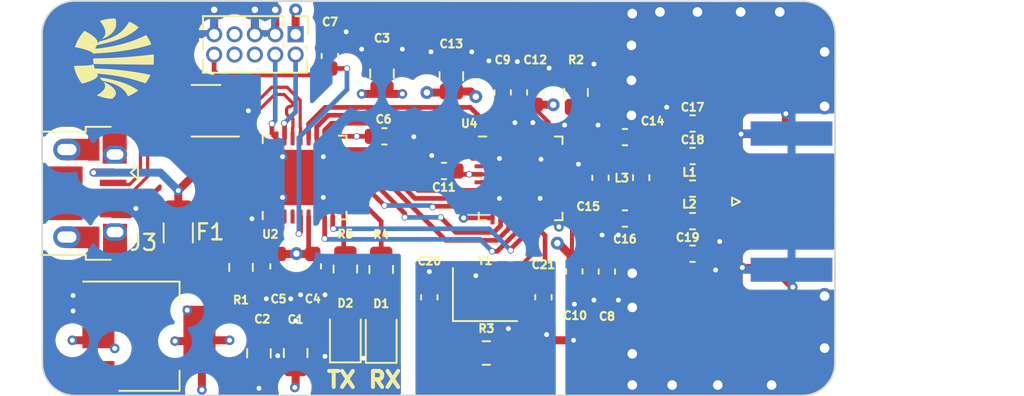
<source format=kicad_pcb>
(kicad_pcb (version 20221018) (generator pcbnew)
  (layers (0 "F.Cu" signal) (1 "In1.Cu" signal) (2 "In2.Cu" signal) (31 "B.Cu" signal) (34 "B.Paste" user) (35 "F.Paste" user) (36 "B.SilkS" user "B.Silkscreen") (37 "F.SilkS" user "F.Silkscreen") (38 "B.Mask" user) (39 "F.Mask" user) (44 "Edge.Cuts" user))
  (net 0 "")
  (net 1 "+3.3V")
  (net 2 "GND")
  (net 3 "Net-(U1-VI)")
  (net 4 "NRST")
  (net 5 "VP")
  (net 6 "Net-(U4-DVDD_1V2)")
  (net 7 "ANT2")
  (net 8 "ANT1")
  (net 9 "Net-(J2-In)")
  (net 10 "Net-(C18-Pad1)")
  (net 11 "XC1")
  (net 12 "XC2")
  (net 13 "Net-(D1-A)")
  (net 14 "Net-(D2-A)")
  (net 15 "+5V")
  (net 17 "Net-(U2-PH3)")
  (net 18 "Net-(U4-IREF)")
  (net 19 "Net-(U2-PA4)")
  (net 20 "Net-(U2-PA3)")
  (net 24 "SPI3_SCK")
  (net 25 "SPI3_!CS")
  (net 26 "DR")
  (net 27 "SPI3_MISO")
  (net 28 "SPI3_MOSI")
  (net 29 "AM")
  (net 30 "CD")
  (net 31 "PWR_UP")
  (net 32 "TRX_CE")
  (net 33 "TX_EN")
  (net 34 "USB_D-")
  (net 35 "USB_D+")
  (net 36 "SWDIO")
  (net 37 "SWCLK")
  (net 44 "USB_CONN_D-")
  (net 45 "USB_CONN_D+")
  (footprint "Inductor_SMD:L_0603_1608Metric" (layer "F.Cu") (at 114.048941 91.599289 90)
    (fp_text reference "L3")
    (fp_text value "12n")
  )
  (footprint "Inductor_SMD:L_0603_1608Metric" (layer "F.Cu") (at 117.250241 92.285189)
    (fp_text reference "L1")
    (fp_text value "39n")
  )
  (footprint "Capacitor_SMD:C_0603_1608Metric" (layer "F.Cu") (at 117.250241 88.221189)
    (fp_text reference "C17")
    (fp_text value "C")
  )
  (footprint "Capacitor_SMD:C_0603_1608Metric" (layer "F.Cu") (at 113.032941 94.151789 180)
    (fp_text reference "C16")
    (fp_text value "18p")
  )
  (footprint "Capacitor_SMD:C_0603_1608Metric" (layer "F.Cu") (at 107.444941 86.282789 90)
    (fp_text reference "C12")
    (fp_text value "10n")
  )
  (footprint "Connector_USB:USB_Micro-B_Amphenol_10103594-0001LF_Horizontal" (layer "F.Cu") (at 79.3626 92.6034 -90)
    (fp_text reference "J3")
    (fp_text value "USB_B_Micro")
  )
  (footprint "Package_DFN_QFN:QFN-32-1EP_5x5mm_P0.5mm_EP3.45x3.45mm" (layer "F.Cu") (at 93.0656 91.5924 90)
    (fp_text reference "U2")
    (fp_text value "STM32L432KBUx" hide)
  )
  (footprint "logo_sol_malutkie" (layer "F.Cu") (at 81.174559 85.667211)
    (fp_text reference "*")
    (fp_text value "LOGO" hide)
  )
  (footprint "Resistor_SMD:R_0805_2012Metric" (layer "F.Cu") (at 109.984941 86.282789 90)
    (fp_text reference "R2")
    (fp_text value "22k")
  )
  (footprint "Capacitor_SMD:C_0603_1608Metric" (layer "F.Cu") (at 93.577441 97.137189 -90)
    (fp_text reference "C4")
    (fp_text value "100n")
  )
  (footprint "Capacitor_SMD:C_0603_1608Metric" (layer "F.Cu") (at 101.7524 91.186 180)
    (fp_text reference "C11")
    (fp_text value "10n")
  )
  (footprint "Resistor_SMD:R_0805_2012Metric" (layer "F.Cu") (at 95.6056 97.3043 -90)
    (fp_text reference "R5")
    (fp_text value "2k2" hide)
  )
  (footprint "Capacitor_SMD:C_0603_1608Metric" (layer "F.Cu") (at 111.508941 91.611789 -90)
    (fp_text reference "C15")
    (fp_text value "C")
  )
  (footprint "Capacitor_SMD:C_0603_1608Metric" (layer "F.Cu") (at 117.250241 96.349189)
    (fp_text reference "C19")
    (fp_text value "180p")
  )
  (footprint "Resistor_SMD:R_0805_2012Metric" (layer "F.Cu") (at 97.8408 97.3328 -90)
    (fp_text reference "R4")
    (fp_text value "2k2")
  )
  (footprint "Capacitor_SMD:C_0603_1608Metric" (layer "F.Cu") (at 117.250241 90.253189)
    (fp_text reference "C18")
    (fp_text value "6.8p")
  )
  (footprint "Diode_SMD:D_0805_2012Metric" (layer "F.Cu") (at 97.8408 101.4753 90)
    (fp_text reference "D1")
    (fp_text value "RX")
  )
  (footprint "Capacitor_SMD:C_0603_1608Metric" (layer "F.Cu") (at 113.032941 89.071789)
    (fp_text reference "C14")
    (fp_text value "18p")
  )
  (footprint "Fuse:Fuse_1206_3216Metric" (layer "F.Cu") (at 85.1916 95.0468 -90)
    (fp_text reference "F1")
    (fp_text value "200mA?")
  )
  (footprint "Capacitor_SMD:C_0805_2012Metric" (layer "F.Cu") (at 90.2208 102.5652 -90)
    (fp_text reference "C2")
    (fp_text value "10u")
  )
  (footprint "Capacitor_SMD:C_0603_1608Metric" (layer "F.Cu") (at 98.0431 89.0244)
    (fp_text reference "C6")
    (fp_text value "100n")
  )
  (footprint "Capacitor_SMD:C_0805_2012Metric" (layer "F.Cu") (at 92.5068 102.55 90)
    (fp_text reference "C1")
    (fp_text value "10u")
  )
  (footprint "Package_TO_SOT_SMD:SOT-223-3_TabPin2" (layer "F.Cu") (at 83.3628 101.4984)
    (fp_text reference "U1" hide)
    (fp_text value "LD1117S33TR_SOT223" hide)
  )
  (footprint "Capacitor_SMD:C_0805_2012Metric" (layer "F.Cu") (at 97.8916 85.1052 90)
    (fp_text reference "C3")
    (fp_text value "1u")
  )
  (footprint "Capacitor_SMD:C_0603_1608Metric" (layer "F.Cu") (at 94.6404 84.0102 90)
    (fp_text reference "C7")
    (fp_text value "C")
  )
  (footprint "Connector_PinHeader_1.27mm:PinHeader_2x05_P1.27mm_Vertical" (layer "F.Cu") (at 92.5068 82.6516 -90)
    (fp_text reference "J1" hide)
    (fp_text value "DIN41612_02x05_AB_EvenPins" hide)
  )
  (footprint "Diode_SMD:D_0805_2012Metric" (layer "F.Cu") (at 95.6056 101.4468 90)
    (fp_text reference "D2")
    (fp_text value "TX")
  )
  (footprint "Inductor_SMD:L_0603_1608Metric" (layer "F.Cu") (at 117.250241 94.317189)
    (fp_text reference "L2")
    (fp_text value "39n")
  )
  (footprint "Capacitor_SMD:C_0603_1608Metric" (layer "F.Cu") (at 105.412941 86.282789 90)
    (fp_text reference "C9")
    (fp_text value "10n")
  )
  (footprint "Resistor_SMD:R_0805_2012Metric" (layer "F.Cu") (at 89.1032 97.2064 -90)
    (fp_text reference "R1")
    (fp_text value "R")
  )
  (footprint "Package_DFN_QFN:QFN-32-1EP_5x5mm_P0.5mm_EP3.3x3.3mm" (layer "F.Cu") (at 106.531441 91.644789)
    (fp_text reference "U4")
    (fp_text value "NRF905")
  )
  (footprint "Crystal:Crystal_SMD_3225-4Pin_3.2x2.5mm" (layer "F.Cu") (at 104.312941 98.902789)
    (fp_text reference "Y1")
    (fp_text value "16MHz")
  )
  (footprint "Capacitor_SMD:C_0603_1608Metric" (layer "F.Cu") (at 107.952941 99.068789 -90)
    (fp_text reference "C21")
    (fp_text value "15p")
  )
  (footprint "Capacitor_SMD:C_0603_1608Metric" (layer "F.Cu") (at 111.908941 97.466789 -90)
    (fp_text reference "C8")
    (fp_text value "3.3n")
  )
  (footprint "Capacitor_SMD:C_0603_1608Metric" (layer "F.Cu") (at 91.44 97.1426 -90)
    (fp_text reference "C5")
    (fp_text value "100n")
  )
  (footprint "Capacitor_SMD:C_0805_2012Metric" (layer "F.Cu") (at 102.213441 85.274789 90)
    (fp_text reference "C13")
    (fp_text value "10u")
  )
  (footprint "Connector_Coaxial:SMA_Amphenol_132289_EdgeMount" (layer "F.Cu") (at 123.418441 93.097989)
    (fp_text reference "J2" hide)
    (fp_text value "SMA")
  )
  (footprint "Capacitor_SMD:C_0603_1608Metric" (layer "F.Cu") (at 100.840941 99.068789 90)
    (fp_text reference "C20")
    (fp_text value "15p")
  )
  (footprint "Package_TO_SOT_SMD:SOT-23-6_Handsoldering" (layer "F.Cu") (at 86.9188 87.4268 180)
    (fp_text reference "U3" hide)
    (fp_text value "USBLC6-2SC6" hide)
  )
  (footprint "Capacitor_SMD:C_0603_1608Metric" (layer "F.Cu") (at 109.876941 97.453789 -90)
    (fp_text reference "C10")
    (fp_text value "10n")
  )
  (footprint "Resistor_SMD:R_0805_2012Metric" (layer "F.Cu") (at 104.396941 102.546789)
    (fp_text reference "R3")
    (fp_text value "1M" hide)
  )
  (gr_line (start 126.140241 82.633189) (end 126.121937 103.160374) (stroke (width 0.1)) (layer "Edge.Cuts"))
  (gr_arc (start 126.121937 103.160374) (mid 125.5268 104.5972) (end 124.089989 105.192374) (stroke (width 0.1)) (layer "Edge.Cuts"))
  (gr_arc (start 124.108241 80.601189) (mid 125.545082 81.196348) (end 126.140241 82.633189) (stroke (width 0.1)) (layer "Edge.Cuts"))
  (gr_arc (start 76.7 82.633189) (mid 77.301729 81.180473) (end 78.754445 80.578746) (stroke (width 0.1)) (layer "Edge.Cuts"))
  (gr_arc (start 78.761499 105.19608) (mid 77.3176 104.5972) (end 76.7215 103.152151) (stroke (width 0.1)) (layer "Edge.Cuts"))
  (gr_line (start 76.7215 103.152151) (end 76.7 82.633189) (stroke (width 0.1)) (layer "Edge.Cuts"))
  (gr_line (start 124.089989 105.192374) (end 78.761499 105.19608) (stroke (width 0.1)) (layer "Edge.Cuts"))
  (gr_line (start 78.754445 80.578746) (end 124.108241 80.601189) (stroke (width 0.1)) (layer "Edge.Cuts"))
  (gr_text "  Szczopik's design of \nSTM32-NRF905 transceiver\n" (at 99.2124 82.1944) (layer "F.Cu") (effects (font (size 0.5 0.5) (thickness 0.125)) (justify left bottom)))
  (gr_text "TX" (at 94.3356 104.8004) (layer "F.SilkS") (effects (font (size 1 1) (thickness 0.25) bold) (justify left bottom)))
  (gr_text "RX" (at 96.9264 104.8004) (layer "F.SilkS") (effects (font (size 1 1) (thickness 0.25) bold) (justify left bottom)))
  (segment (start 98.2116 86.3752) (end 97.8916 86.0552) (width 0.5) (layer "F.Cu") (net 1))
  (segment (start 107.444941 87.306789) (end 108.281441 88.143289) (width 0.25) (layer "F.Cu") (net 1))
  (segment (start 100.689441 86.290789) (end 102.147441 86.290789) (width 0.5) (layer "F.Cu") (net 1))
  (segment (start 103.332789 91.394789) (end 103.3272 91.3892) (width 0.29337) (layer "F.Cu") (net 1))
  (segment (start 86.5128 101.4984) (end 86.6652 101.6508) (width 0.5) (layer "F.Cu") (net 1))
  (segment (start 103.321611 91.394789) (end 102.736189 91.394789) (width 0.29337) (layer "F.Cu") (net 1))
  (segment (start 102.213441 86.224789) (end 103.417441 86.224789) (width 0.5) (layer "F.Cu") (net 1))
  (segment (start 108.563441 87.052789) (end 107.449941 87.052789) (width 0.5) (layer "F.Cu") (net 1))
  (segment (start 97.2681 89.0244) (end 96.3159 89.0244) (width 0.29337) (layer "F.Cu") (net 1))
  (segment (start 109.730941 93.656789) (end 109.730941 96.545789) (width 0.25) (layer "F.Cu") (net 1))
  (segment (start 109.730941 96.545789) (end 109.876941 96.691789) (width 0.25) (layer "F.Cu") (net 1))
  (segment (start 104.093941 91.394789) (end 103.332789 91.394789) (width 0.29337) (layer "F.Cu") (net 1))
  (segment (start 93.57203 96.3676) (end 93.577441 96.362189) (width 0.5) (layer "F.Cu") (net 1))
  (segment (start 92.5068 104.648) (end 92.456 104.6988) (width 0.5) (layer "F.Cu") (net 1))
  (segment (start 92.5068 81.1276) (end 92.5068 82.6516) (width 0.5) (layer "F.Cu") (net 1))
  (segment (start 79.9588 101.7524) (end 78.5876 101.7524) (width 0.5) (layer "F.Cu") (net 1))
  (segment (start 107.444941 87.057789) (end 107.444941 87.306789) (width 0.25) (layer "F.Cu") (net 1))
  (segment (start 96.3159 89.0244) (end 94.9461 89.0244) (width 0.29337) (layer "F.Cu") (net 1))
  (segment (start 108.968941 93.394789) (end 109.468941 93.394789) (width 0.25) (layer "F.Cu") (net 1))
  (segment (start 108.281441 88.143289) (end 108.281441 89.207289) (width 0.25) (layer "F.Cu") (net 1))
  (segment (start 91.675941 96.131659) (end 91.44 96.3676) (width 0.29337) (layer "F.Cu") (net 1))
  (segment (start 93.564441 96.375189) (end 93.577441 96.362189) (width 0.5) (layer "F.Cu") (net 1))
  (segment (start 109.468941 93.394789) (end 109.730941 93.656789) (width 0.25) (layer "F.Cu") (net 1))
  (segment (start 108.817441 95.688789) (end 108.886941 95.688789) (width 0.5) (layer "F.Cu") (net 1))
  (segment (start 80.2128 101.4984) (end 79.9588 101.7524) (width 0.5) (layer "F.Cu") (net 1))
  (segment (start 86.7668 101.7524) (end 88.392 101.7524) (width 0.5) (layer "F.Cu") (net 1))
  (segment (start 91.44 96.3676) (end 93.57203 96.3676) (width 0.5) (layer "F.Cu") (net 1))
  (segment (start 108.886941 95.688789) (end 109.876941 96.678789) (width 0.5) (layer "F.Cu") (net 1))
  (segment (start 94.9461 89.0244) (end 94.8156 89.1549) (width 0.29337) (layer "F.Cu") (net 1))
  (segment (start 91.3156 96.2432) (end 91.44 96.3676) (width 0.29337) (layer "F.Cu") (net 1))
  (segment (start 86.208 101.8032) (end 84.9884 101.8032) (width 0.5) (layer "F.Cu") (net 1))
  (segment (start 107.449941 87.052789) (end 107.444941 87.057789) (width 0.5) (layer "F.Cu") (net 1))
  (segment (start 91.3156 94.0299) (end 91.3156 96.2432) (width 0.29337) (layer "F.Cu") (net 1))
  (segment (start 96.6216 86.3752) (end 97.5716 86.3752) (width 0.5) (layer "F.Cu") (net 1))
  (segment (start 99.1616 86.3752) (end 98.2116 86.3752) (width 0.5) (layer "F.Cu") (net 1))
  (segment (start 88.392 101.7524) (end 88.3412 101.7524) (width 0.5) (layer "F.Cu") (net 1))
  (segment (start 92.5068 103.5) (end 92.5068 104.648) (width 0.5) (layer "F.Cu") (net 1))
  (segment (start 86.6652 101.6508) (end 86.6652 104.8508) (width 0.5) (layer "F.Cu") (net 1))
  (segment (start 103.3272 91.3892) (end 103.321611 91.394789) (width 0.29337) (layer "F.Cu") (net 1))
  (segment (start 102.736189 91.394789) (end 102.5274 91.186) (width 0.29337) (layer "F.Cu") (net 1))
  (segment (start 86.5128 101.4984) (end 86.7668 101.7524) (width 0.5) (layer "F.Cu") (net 1))
  (segment (start 86.6652 104.8508) (end 86.6648 104.8512) (width 0.5) (layer "F.Cu") (net 1))
  (segment (start 86.5128 101.4984) (end 86.208 101.8032) (width 0.5) (layer "F.Cu") (net 1))
  (segment (start 97.5716 86.3752) (end 97.8916 86.0552) (width 0.5) (layer "F.Cu") (net 1))
  (segment (start 93.3156 94.0299) (end 93.3156 96.100348) (width 0.29337) (layer "F.Cu") (net 1))
  (segment (start 102.147441 86.290789) (end 102.213441 86.224789) (width 0.5) (layer "F.Cu") (net 1))
  (segment (start 103.417441 86.224789) (end 103.737441 86.544789) (width 0.5) (layer "F.Cu") (net 1))
  (via (at 96.6216 86.3752) (size 0.6) (drill 0.3) (layers "F.Cu" "B.Cu") (net 1))
  (via (at 92.5068 81.1276) (size 0.8) (drill 0.4) (layers "F.Cu" "B.Cu") (net 1))
  (via (at 108.563441 87.052789) (size 0.8) (drill 0.4) (layers "F.Cu" "B.Cu") (net 1))
  (via (at 103.737441 86.544789) (size 0.8) (drill 0.4) (layers "F.Cu" "B.Cu") (net 1))
  (via (at 108.817441 95.688789) (size 0.8) (drill 0.4) (layers "F.Cu" "B.Cu") (net 1))
  (via (at 92.456 104.6988) (size 0.6) (drill 0.3) (layers "F.Cu" "B.Cu") (net 1))
  (via (at 85.7504 99.8728) (size 0.6) (drill 0.3) (layers "F.Cu" "B.Cu") (net 1))
  (via (at 88.392 101.7524) (size 0.6) (drill 0.3) (layers "F.Cu" "B.Cu") (net 1))
  (via (at 78.5876 101.7524) (size 0.6) (drill 0.3) (layers "F.Cu" "B.Cu") (net 1))
  (via (at 84.9884 101.8032) (size 0.6) (drill 0.3) (layers "F.Cu" "B.Cu") (net 1))
  (via (at 81.2292 102.2604) (size 0.6) (drill 0.3) (layers "F.Cu" "B.Cu") (net 1))
  (via (at 96.3159 89.0244) (size 0.4) (drill 0.3) (layers "F.Cu" "B.Cu") (net 1))
  (via (at 86.6648 104.8512) (size 0.6) (drill 0.3) (layers "F.Cu" "B.Cu") (net 1))
  (via (at 99.1616 86.3752) (size 0.6) (drill 0.3) (layers "F.Cu" "B.Cu") (net 1))
  (via (at 92.5576 96.3428) (size 0.8) (drill 0.4) (layers "F.Cu" "B.Cu") (net 1))
  (via (at 100.689441 86.290789) (size 0.8) (drill 0.4) (layers "F.Cu" "B.Cu") (net 1))
  (via (at 103.3272 91.3892) (size 0.4) (drill 0.3) (layers "F.Cu" "B.Cu") (net 1))
  (segment (start 107.952941 101.145741) (end 107.952941 99.843789) (width 0.5) (layer "F.Cu") (net 2))
  (segment (start 110.004641 90.894789) (end 108.968941 90.894789) (width 0.29337) (layer "F.Cu") (net 2))
  (segment (start 105.781441 90.894789) (end 106.531441 91.644789) (width 0.29337) (layer "F.Cu") (net 2))
  (segment (start 125.479841 98.990789) (end 125.479841 102.241989) (width 1) (layer "F.Cu") (net 2))
  (segment (start 107.281441 89.207289) (end 107.281441 90.894789) (width 0.29337) (layer "F.Cu") (net 2))
  (segment (start 111.908941 98.241789) (end 111.908941 98.526289) (width 0.5) (layer "F.Cu") (net 2))
  (segment (start 107.781441 90.436389) (end 107.801441 90.456389) (width 0.29337) (layer "F.Cu") (net 2))
  (segment (start 113.491041 104.5464) (end 113.491041 102.597589) (width 1) (layer "F.Cu") (net 2))
  (segment (start 105.769441 100.109289) (end 105.412941 99.752789) (width 0.5) (layer "F.Cu") (net 2))
  (segment (start 112.257941 94.151789) (end 112.257941 94.811289) (width 0.5) (layer "F.Cu") (net 2))
  (segment (start 123.498641 98.431989) (end 122.306941 97.240289) (width 0.5) (layer "F.Cu") (net 2))
  (segment (start 89.782 94.114) (end 89.782 94.1648) (width 0.29337) (layer "F.Cu") (net 2))
  (segment (start 123.373741 88.881589) (end 123.441741 88.949589) (width 0.5) (layer "F.Cu") (net 2))
  (segment (start 112.257941 94.151789) (end 112.257941 94.534289) (width 0.5) (layer "F.Cu") (net 2))
  (segment (start 82.1436 93.8784) (end 81.1276 93.8784) (width 0.5) (layer "F.Cu") (net 2))
  (segment (start 113.440241 83.344389) (end 113.440241 85.528789) (width 1) (layer "F.Cu") (net 2))
  (segment (start 125.479841 82.582389) (end 125.479841 83.750789) (width 1) (layer "F.Cu") (net 2))
  (segment (start 111.508941 88.322789) (end 112.257941 89.071789) (width 0.5) (layer "F.Cu") (net 2))
  (segment (start 124.3584 104.5464) (end 122.177841 104.5464) (width 1) (layer "F.Cu") (net 2))
  (segment (start 107.293441 89.195289) (end 107.281441 89.207289) (width 0.29337) (layer "F.Cu") (net 2))
  (segment (start 91.2368 81.1276) (end 91.2368 82.6516) (width 0.5) (layer "F.Cu") (net 2))
  (segment (start 125.479841 83.750789) (end 125.479841 87.154389) (width 1) (layer "F.Cu") (net 2))
  (segment (start 90.5536 93.3424) (end 89.782 94.114) (width 0.29337) (layer "F.Cu") (net 2))
  (segment (start 106.281441 89.207289) (end 106.281441 91.394789) (width 0.29337) (layer "F.Cu") (net 2))
  (segment (start 118.176741 96.349189) (end 118.938741 95.587189) (width 0.5) (layer "F.Cu") (net 2))
  (segment (start 107.293441 88.170389) (end 107.293441 89.195289) (width 0.29337) (layer "F.Cu") (net 2))
  (segment (start 120.376541 97.240289) (end 120.349041 97.212789) (width 0.5) (layer "F.Cu") (net 2))
  (segment (start 110.138241 90.761189) (end 110.004641 90.894789) (width 0.29337) (layer "F.Cu") (net 2))
  (segment (start 106.328241 84.360389) (end 106.328241 84.592489) (width 0.5) (layer "F.Cu") (net 2))
  (segment (start 96.2375 102.3843) (end 96.7232 102.87) (width 0.5) (layer "F.Cu") (net 2))
  (segment (start 123.064741 87.611589) (end 123.064741 88.572589) (width 0.5) (layer "F.Cu") (net 2))
  (segment (start 92.5068 100.5332) (end 92.5068 100.584) (width 0.5) (layer "F.Cu") (net 2))
  (segment (start 97.996415 89.846085) (end 95.506785 89.846085) (width 0.29337) (layer "F.Cu") (net 2))
  (segment (start 82.55 93.472) (end 82.55 93.5228) (width 0.5) (layer "F.Cu") (net 2))
  (segment (start 101.639441 83.750789) (end 102.213441 84.324789) (width 0.5) (layer "F.Cu") (net 2))
  (segment (start 82.4992 93.5228) (end 82.1436 93.8784) (width 0.5) (layer "F.Cu") (net 2))
  (segment (start 118.684741 97.008689) (end 118.025241 96.349189) (width 0.5) (layer "F.Cu") (net 2))
  (segment (start 120.247441 81.261589) (end 122.685841 81.261589) (width 1) (layer "F.Cu") (net 2))
  (segment (start 125.479841 102.241989) (end 125.479841 103.374159) (width 1) (layer "F.Cu") (net 2))
  (segment (start 105.781441 89.207289) (end 107.781441 89.207289) (width 0.29337) (layer "F.Cu") (net 2))
  (segment (start 105.781441 89.207289) (end 105.781441 90.894789) (width 0.29337) (layer "F.Cu") (net 2))
  (segment (start 118.8212 104.5464) (end 115.9764 104.5464) (width 1) (layer "F.Cu") (net 2))
  (segment (start 98.4656 83.5812) (end 97.8916 84.1552) (width 0.5) (layer "F.Cu") (net 2))
  (segment (start 108.871941 94.672789) (end 108.281441 94.082289) (width 0.29337) (layer "F.Cu") (net 2))
  (segment (start 100.841841 97.466789) (end 100.841841 98.292889) (width 0.5) (layer "F.Cu") (net 2))
  (segment (start 117.555041 81.261589) (end 120.247441 81.261589) (width 1) (layer "F.Cu") (net 2))
  (segment (start 104.550241 84.645089) (end 105.412941 85.507789) (width 0.5) (layer "F.Cu") (net 2))
  (segment (start 91.3892 102.7176) (end 92.5068 101.6) (width 0.5) (layer "F.Cu") (net 2))
  (segment (start 108.309441 84.766789) (end 108.185941 84.766789) (width 0.5) (layer "F.Cu") (net 2))
  (segment (start 106.281441 91.894789) (end 106.531441 91.644789) (width 0.29337) (layer "F.Cu") (net 2))
  (segment (start 111.103441 84.512789) (end 110.842441 84.512789) (width 0.5) (layer "F.Cu") (net 2))
  (segment (start 90.5916 103.5152) (end 91.3892 102.7176) (width 0.5) (layer "F.Cu") (net 2))
  (segment (start 108.968941 90.894789) (end 107.281441 90.894789) (width 0.29337) (layer "F.Cu") (net 2))
  (segment (start 89.9668 81.1276) (end 89.9668 82.6516) (width 0.5) (layer "F.Cu") (net 2))
  (segment (start 108.204 101.3968) (end 108.1532 101.3968) (width 0.5) (layer "F.Cu") (net 2))
  (segment (start 113.440241 83.344389) (end 113.440241 81.413989) (width 1) (layer "F.Cu") (net 2))
  (segment (start 91.44 98.3996) (end 92.202 99.1616) (width 0.5) (layer "F.Cu") (net 2))
  (segment (start 113.491041 81.363189) (end 113.440241 81.312389) (width 1) (layer "F.Cu") (net 2))
  (segment (start 105.769441 101.022789) (end 105.769441 100.109289) (width 0.5) (layer "F.Cu") (net 2))
  (segment (start 106.175841 88.170389) (end 106.175841 89.101689) (width 0.29337) (layer "F.Cu") (net 2))
  (segment (start 88.2688 87.4268) (end 89.5604 87.4268) (width 0.5) (layer "F.Cu") (net 2))
  (segment (start 95.6564 82.4992) (end 95.3764 82.4992) (width 0.5) (layer "F.Cu") (net 2))
  (segment (start 122.306941 97.240289) (end 120.376541 97.240289) (width 0.5) (layer "F.Cu") (net 2))
  (segment (start 98.8461 89.0524) (end 98.8181 89.0244) (width 0.5) (layer "F.Cu") (net 2))
  (segment (start 90.2208 103.5152) (end 90.5916 103.5152) (width 0.5) (layer "F.Cu") (net 2))
  (segment (start 113.491041 99.701989) (end 113.491041 97.568389) (width 1) (layer "F.Cu") (net 2))
  (segment (start 92.5068 101.6) (end 92.5068 100.5332) (width 0.5) (layer "F.Cu") (net 2))
  (segment (start 109.884241 99.498789) (end 109.876941 99.491489) (width 0.5) (layer "F.Cu") (net 2))
  (segment (start 79.4876 99.9236) (end 80.2128 99.1984) (width 0.5) (layer "F.Cu") (net 2))
  (segment (start 109.274641 88.322789) (end 109.274641 89.589089) (width 0.29337) (layer "F.Cu") (net 2))
  (segment (start 112.257941 94.534289) (end 111.611441 95.180789) (width 0.5) (layer "F.Cu") (net 2))
  (segment (start 109.876941 99.491489) (end 109.876941 98.228789) (width 0.5) (layer "F.Cu") (net 2))
  (segment (start 108.919041 94.672789) (end 108.871941 94.672789) (width 0.29337) (layer "F.Cu") (net 2))
  (segment (start 79.9728 98.9584) (end 80.2128 99.1984) (width 0.5) (layer "F.Cu") (net 2))
  (segment (start 87.4268 81.1276) (end 87.4268 82.6516) (width 0.5) (layer "F.Cu") (net 2))
  (segment (start 113.440241 81.312389) (end 113.440241 81.261589) (width 1) (layer "F.Cu") (net 2))
  (segment (start 115.218241 81.261589) (end 117.555041 81.261589) (width 1) (layer "F.Cu") (net 2))
  (segment (start 100.9904 91.173) (end 100.9774 91.186) (width 0.5) (layer "F.Cu") (net 2))
  (segment (start 106.781441 89.207289) (end 106.781441 91.394789) (width 0.29337) (layer "F.Cu") (net 2))
  (segment (start 89.7312 94.1648) (end 89.782 94.114) (width 0.29337) (layer "F.Cu") (net 2))
  (segment (start 93.577441 98.153189) (end 94.339441 98.915189) (width 0.5) (layer "F.Cu") (net 2))
  (segment (start 125.479841 87.154389) (end 125.479841 85.630389) (width 1) (layer "F.Cu") (net 2))
  (segment (start 111.908941 98.439289) (end 111.103441 99.244789) (width 0.5) (layer "F.Cu") (net 2))
  (segment (start 93.577441 98.153189) (end 92.815441 98.915189) (width 0.5) (layer "F.Cu") (net 2))
  (segment (start 89.782 94.1648) (end 89.7312 94.1648) (width 0.29337) (layer "F.Cu") (net 2))
  (segment (start 108.1532 101.346) (end 107.952941 101.145741) (width 0.5) (layer "F.Cu") (net 2))
  (segment (start 95.6056 102.3843) (end 96.2375 102.3843) (width 0.5) (layer "F.Cu") (net 2))
  (segment (start 100.943441 83.750789) (end 101.639441 83.750789) (width 0.5) (layer "F.Cu") (net 2))
  (segment (start 106.781441 91.394789) (end 106.531441 91.644789) (width 0.29337) (layer "F.Cu") (net 2))
  (segment (start 89.1032 98.1189) (end 89.6353 98.1189) (width 0.5) (layer "F.Cu") (net 2))
  (segment (start 91.44 97.9176) (end 91.44 98.3996) (width 0.5) (layer "F.Cu") (net 2))
  (segment (start 108.1532 101.3968) (end 108.1532 101.346) (width 0.5) (layer "F.Cu") (net 2))
  (segment (start 94.7061 102.3843) (end 94.3356 102.7548) (width 0.5) (layer "F.Cu") (net 2))
  (segment (start 89.6353 98.1189) (end 90.678 99.1616) (width 0.5) (layer "F.Cu") (net 2))
  (segment (start 122.685841 81.261589) (end 124.362241 81.261589) (width 1) (layer "F.Cu") (net 2))
  (segment (start 107.781441 89.207289) (end 107.781441 90.436389) (width 0.29337) (layer "F.Cu") (net 2))
  (segment (start 113.440241 81.261589) (end 115.218241 81.261589) (width 1) (layer "F.Cu") (net 2))
  (segment (start 82.55 93.472) (end 82.55 93.472) (width 0.5) (layer "F.Cu") (net 2))
  (segment (start 123.064741 88.572589) (end 123.441741 88.949589) (width 0.5) (layer "F.Cu") (net 2))
  (segment (start 98.8181 89.0244) (end 97.996415 89.846085) (width 0.29337) (layer "F.Cu") (net 2))
  (segment (start 90.2208 103.5152) (end 90.2208 104.7496) (width 0.5) (layer "F.Cu") (net 2))
  (segment (start 93.577441 97.912189) (end 93.577441 98.153189) (width 0.5) (layer "F.Cu") (net 2))
  (segment (start 109.876941 98.228789) (end 110.087441 98.228789) (width 0.5) (layer "F.Cu") (net 2))
  (segment (start 102.787441 83.750789) (end 102.213441 84.324789) (width 0.5) (layer "F.Cu") (net 2))
  (segment (start 109.274641 89.589089) (end 108.968941 89.894789) (width 0.29337) (layer "F.Cu") (net 2))
  (segment (start 111.357441 88.322789) (end 111.508941 88.322789) (width 0.5) (layer "F.Cu") (net 2))
  (segment (start 125.479841 103.374159) (end 125.476 103.378) (width 1) (layer "F.Cu") (net 2))
  (segment (start 104.749741 94.113989) (end 104.781441 94.082289) (width 0.29337) (layer "F.Cu") (net 2))
  (segment (start 99.1616 83.5812) (end 98.4656 83.5812) (width 0.5) (layer "F.Cu") (net 2))
  (segment (start 110.087441 98.228789) (end 111.103441 99.244789) (width 0.5) (layer "F.Cu") (net 2))
  (segment (start 95.3764 82.4992) (end 94.6404 83.2352) (width 0.5) (layer "F.Cu") (net 2))
  (segment (start 97.3836 102.87) (end 97.8408 102.4128) (width 0.5) (layer "F.Cu") (net 2))
  (segment (start 100.9904 90.2208) (end 100.9904 91.173) (width 0.5) (layer "F.Cu") (net 2))
  (segment (start 110.842441 84.512789) (end 109.984941 85.370289) (width 0.5) (layer "F.Cu") (net 2))
  (segment (start 111.908941 98.526289) (end 112.627441 99.244789) (width 0.5) (layer "F.Cu") (net 2))
  (segment (start 111.908941 98.241789) (end 111.908941 98.439289) (width 0.5) (layer "F.Cu") (net 2))
  (segment (start 99.8728 89.0524) (end 98.8461 89.0524) (width 0.5) (layer "F.Cu") (net 2))
  (segment (start 95.506785 89.846085) (end 95.5031 89.8424) (width 0.29337) (layer "F.Cu") (net 2))
  (segment (start 107.281441 90.894789) (end 106.531441 91.644789) (width 0.29337) (layer "F.Cu") (net 2))
  (segment (start 108.5596 101.7524) (end 108.204 101.3968) (width 0.5) (layer "F.Cu") (net 2))
  (segment (start 115.636741 87.382689) (end 116.475241 88.221189) (width 0.5) (layer "F.Cu") (net 2))
  (segment (start 118.025241 96.349189) (end 118.176741 96.349189) (width 0.5) (layer "F.Cu") (net 2))
  (segment (start 103.483441 83.750789) (end 102.787441 83.750789) (width 0.5) (layer "F.Cu") (net 2))
  (segment (start 106.281441 91.394789) (end 106.531441 91.644789) (width 0.29337) (layer "F.Cu") (net 2))
  (segment (start 112.257941 94.811289) (end 112.627441 95.180789) (width 0.5) (layer "F.Cu") (net 2))
  (segment (start 109.8296 101.7524) (end 108.5596 101.7524) (width 0.5) (layer "F.Cu") (net 2))
  (segment (start 113.440241 87.713189) (end 113.440241 85.528789) (width 1) (layer "F.Cu") (net 2))
  (segment (start 78.6384 98.9584) (end 79.9728 98.9584) (width 0.5) (layer "F.Cu") (net 2))
  (segment (start 122.177841 104.5464) (end 118.8212 104.5464) (width 1) (layer "F.Cu") (net 2))
  (segment (start 95.6056 102.3843) (end 94.7061 102.3843) (width 0.5) (layer "F.Cu") (net 2))
  (segment (start 82.55 93.5228) (end 82.4992 93.5228) (width 0.5) (layer "F.Cu") (net 2))
  (segment (start 90.6281 93.3424) (end 90.5536 93.3424) (width 0.29337) (layer "F.Cu") (net 2))
  (segment (start 115.636741 87.205189) (end 115.636741 87.382689) (width 0.5) (layer "F.Cu") (net 2))
  (segment (start 97.3176 83.5812) (end 97.8916 84.1552) (width 0.5) (layer "F.Cu") (net 2))
  (segment (start 81.1276 93.2284) (end 82.3064 93.2284) (width 0.5) (layer "F.Cu") (net 2))
  (segment (start 91.44 98.3996) (end 90.678 99.1616) (width 0.5) (layer "F.Cu") (net 2))
  (segment (start 118.684741 97.365189) (end 118.684741 97.008689) (width 0.5) (layer "F.Cu") (net 2))
  (segment (start 100.841841 98.292889) (end 100.840941 98.293789) (width 0.5) (layer "F.Cu") (net 2))
  (segment (start 104.550241 84.309589) (end 104.550241 84.645089) (width 0.5) (layer "F.Cu") (net 2))
  (segment (start 78.6384 99.9236) (end 79.4876 99.9236) (width 0.5) (layer "F.Cu") (net 2))
  (segment (start 104.093941 91.894789) (end 106.281441 91.894789) (width 0.29337) (layer "F.Cu") (net 2))
  (segment (start 106.175841 89.101689) (end 106.281441 89.207289) (width 0.29337) (layer "F.Cu") (net 2))
  (segment (start 106.328241 84.592489) (end 105.412941 85.507789) (width 0.5) (layer "F.Cu") (net 2))
  (segment (start 120.270741 88.881589) (end 123.373741 88.881589) (width 0.5) (layer "F.Cu") (net 2))
  (segment (start 96.6216 83.5812) (end 97.3176 83.5812) (width 0.5) (layer "F.Cu") (net 2))
  (segment (start 108.968941 92.894789) (end 107.750641 92.894789) (width 0.29337) (layer "F.Cu") (net 2))
  (segment (start 108.185941 84.766789) (end 107.444941 85.507789) (width 0.5) (layer "F.Cu") (net 2))
  (segment (start 113.491041 102.597589) (end 113.491041 99.701989) (width 1) (layer "F.Cu") (net 2))
  (segment (start 82.3064 93.2284) (end 82.55 93.472) (width 0.5) (layer "F.Cu") (net 2))
  (segment (start 115.9764 104.5464) (end 113.491041 104.5464) (width 1) (layer "F.Cu") (net 2))
  (segment (start 102.975441 94.113989) (end 104.749741 94.113989) (width 0.29337) (layer "F.Cu") (net 2))
  (segment (start 96.7232 102.87) (end 97.3836 102.87) (width 0.5) (layer "F.Cu") (net 2))
  (segment (start 113.440241 81.413989) (end 113.491041 81.363189) (width 1) (layer "F.Cu") (net 2))
  (via (at 117.555041 81.261589) (size 1) (drill 0.6) (layers "F.Cu" "B.Cu") (net 2))
  (via (at 90.2208 104.7496) (size 0.6) (drill 0.3) (layers "F.Cu" "B.Cu") (net 2))
  (via (at 123.064741 87.611589) (size 0.6) (drill 0.3) (layers "F.Cu" "B.Cu") (net 2))
  (via (at 115.636741 87.205189) (size 0.6) (drill 0.3) (layers "F.Cu" "B.Cu") (net 2))
  (via (at 108.1532 101.3968) (size 0.6) (drill 0.3) (layers "F.Cu" "B.Cu") (net 2))
  (via (at 91.6931 90.2944) (size 0.6) (drill 0.3) (layers "F.Cu" "B.Cu") (net 2))
  (via (at 94.2331 92.8344) (size 0.6) (drill 0.3) (layers "F.Cu" "B.Cu") (net 2))
  (via (at 103.737441 97.720789) (size 0.6) (drill 0.3) (layers "F.Cu" "B.Cu") (net 2))
  (via (at 92.202 99.1616) (size 0.6) (drill 0.3) (layers "F.Cu" "B.Cu") (net 2))
  (via (at 113.491041 97.568389) (size 1) (drill 0.6) (layers "F.Cu" "B.Cu") (net 2))
  (via (at 91.3892 102.7176) (size 0.6) (drill 0.3) (layers "F.Cu" "B.Cu") (net 2))
  (via (at 105.210641 92.894789) (size 0.6) (drill 0.3) (layers "F.Cu" "B.Cu") (net 2))
  (via (at 120.247441 81.261589) (size 1) (drill 0.6) (layers "F.Cu" "B.Cu") (net 2))
  (via (at 113.440241 85.528789) (size 1) (drill 0.6) (layers "F.Cu" "B.Cu") (net 2))
  (via (at 111.611441 95.180789) (size 0.6) (drill 0.3) (layers "F.Cu" "B.Cu") (net 2))
  (via (at 123.498641 98.431989) (size 0.6) (drill 0.3) (layers "F.Cu" "B.Cu") (net 2))
  (via (at 100.841841 97.466789) (size 0.6) (drill 0.3) (layers "F.Cu" "B.Cu") (net 2))
  (via (at 107.750641 92.894789) (size 0.6) (drill 0.3) (layers "F.Cu" "B.Cu") (net 2))
  (via (at 111.103441 99.244789) (size 0.6) (drill 0.3) (layers "F.Cu" "B.Cu") (net 2))
  (via (at 103.483441 83.750789) (size 0.6) (drill 0.3) (layers "F.Cu" "B.Cu") (net 2))
  (via (at 96.6216 83.5812) (size 0.6) (drill 0.3) (layers "F.Cu" "B.Cu") (net 2))
  (via (at 111.103441 84.512789) (size 0.6) (drill 0.3) (layers "F.Cu" "B.Cu") (net 2))
  (via (at 110.138241 90.761189) (size 0.6) (drill 0.3) (layers "F.Cu" "B.Cu") (net 2))
  (via (at 92.815441 98.915189) (size 0.6) (drill 0.3) (layers "F.Cu" "B.Cu") (net 2))
  (via (at 118.8212 104.5464) (size 1) (drill 0.6) (layers "F.Cu" "B.Cu") (net 2))
  (via (at 106.175841 88.170389) (size 0.6) (drill 0.3) (layers "F.Cu" "B.Cu") (net 2))
  (via (at 113.491041 102.597589) (size 1) (drill 0.6) (layers "F.Cu" "B.Cu") (net 2))
  (via (at 92.5068 100.5332) (size 0.6) (drill 0.3) (layers "F.Cu" "B.Cu") (net 2))
  (via (at 107.801441 90.456389) (size 0.6) (drill 0.3) (layers "F.Cu" "B.Cu") (net 2))
  (via (at 113.440241 83.344389) (size 1) (drill 0.6) (layers "F.Cu" "B.Cu") (net 2))
  (via (at 108.919041 94.672789) (size 0.6) (drill 0.3) (layers "F.Cu" "B.Cu") (net 2))
  (via (at 82.55 93.5228) (size 0.6) (drill 0.3) (layers "F.Cu" "B.Cu") (net 2))
  (via (at 78.6384 99.9236) (size 0.6) (drill 0.3) (layers "F.Cu" "B.Cu") (net 2))
  (via (at 107.293441 88.170389) (size 0.6) (drill 0.3) (layers "F.Cu" "B.Cu") (net 2))
  (via (at 91.6931 92.8344) (size 0.6) (drill 0.3) (layers "F.Cu" "B.Cu") (net 2))
  (via (at 90.678 99.1616) (size 0.6) (drill 0.3) (layers "F.Cu" "B.Cu") (net 2))
  (via (at 113.491041 104.5464) (size 1) (drill 0.6) (layers "F.Cu" "B.Cu") (net 2))
  (via (at 118.684741 97.365189) (size 0.6) (drill 0.3) (layers "F.Cu" "B.Cu") (net 2))
  (via (at 122.177841 104.5464) (size 1) (drill 0.6) (layers "F.Cu" "B.Cu") (net 2))
  (via (at 115.218241 81.261589) (size 1) (drill 0.6) (layers "F.Cu" "B.Cu") (net 2))
  (via (at 89.5604 87.4268) (size 0.4) (drill 0.3) (layers "F.Cu" "B.Cu") (net 2))
  (via (at 112.627441 95.180789) (size 0.6) (drill 0.3) (layers "F.Cu" "B.Cu") (net 2))
  (via (at 99.1616 83.5812) (size 0.6) (drill 0.3) (layers "F.Cu" "B.Cu") (net 2))
  (via (at 125.479841 98.990789) (size 1) (drill 0.6) (layers "F.Cu" "B.Cu") (net 2))
  (via (at 94.3356 102.7548) (size 0.6) (drill 0.3) (layers "F.Cu" "B.Cu") (net 2))
  (via (at 113.440241 87.713189) (size 1) (drill 0.6) (layers "F.Cu" "B.Cu") (net 2))
  (via (at 106.328241 84.360389) (size 0.6) (drill 0.3) (layers "F.Cu" "B.Cu") (net 2))
  (via (at 100.9904 90.2208) (size 0.4) (drill 0.3) (layers "F.Cu" "B.Cu") (net 2))
  (via (at 113.491041 99.701989) (size 1) (drill 0.6) (layers "F.Cu" "B.Cu") (net 2))
  (via (at 125.479841 102.241989) (size 1) (drill 0.6) (layers "F.Cu" "B.Cu") (net 2))
  (via (at 109.884241 99.498789) (size 0.6) (drill 0.3) (layers "F.Cu" "B.Cu") (net 2))
  (via (at 78.6384 98.9584) (size 0.6) (drill 0.3) (layers "F.Cu" "B.Cu") (net 2))
  (via (at 113.491041 81.363189) (size 1) (drill 0.6) (layers "F.Cu" "B.Cu") (net 2))
  (via (at 95.6564 82.4992) (size 0.6) (drill 0.3) (layers "F.Cu" "B.Cu") (net 2))
  (via (at 99.8728 89.0524) (size 0.4) (drill 0.3) (layers "F.Cu" "B.Cu") (net 2))
  (via (at 96.7232 102.87) (size 0.6) (drill 0.3) (layers "F.Cu" "B.Cu") (net 2))
  (via (at 91.2368 81.1276) (size 0.8) (drill 0.4) (layers "F.Cu" "B.Cu") (net 2))
  (via (at 104.550241 84.309589) (size 0.6) (drill 0.3) (layers "F.Cu" "B.Cu") (net 2))
  (via (at 120.270741 88.881589) (size 0.6) (drill 0.3) (layers "F.Cu" "B.Cu") (net 2))
  (via (at 111.357441 88.322789) (size 0.6) (drill 0.3) (layers "F.Cu" "B.Cu") (net 2))
  (via (at 94.2331 90.2944) (size 0.6) (drill 0.3) (layers "F.Cu" "B.Cu") (net 2))
  (via (at 109.8296 101.7524) (size 0.6) (drill 0.3) (layers "F.Cu" "B.Cu") (net 2))
  (via (at 94.339441 98.915189) (size 0.6) (drill 0.3) (layers "F.Cu" "B.Cu") (net 2))
  (via (at 102.975441 94.113989) (size 0.6) (drill 0.3) (layers "F.Cu" "B.Cu") (net 2))
  (via (at 109.274641 88.322789) (size 0.6) (drill 0.3) (layers "F.Cu" "B.Cu") (net 2))
  (via (at 125.479841 83.750789) (size 1) (drill 0.6) (layers "F.Cu" "B.Cu") (net 2))
  (via (at 100.943441 83.750789) (size 0.6) (drill 0.3) (layers "F.Cu" "B.Cu") (net 2))
  (via (at 87.4268 81.1276) (size 0.8) (drill 0.4) (layers "F.Cu" "B.Cu") (net 2))
  (via (at 122.685841 81.261589) (size 1) (drill 0.6) (layers "F.Cu" "B.Cu") (net 2))
  (via (at 105.769441 101.022789) (size 0.6) (drill 0.3) (layers "F.Cu" "B.Cu") (net 2))
  (via (at 118.938741 95.587189) (size 0.6) (drill 0.3) (layers "F.Cu" "B.Cu") (net 2))
  (via (at 108.309441 84.766789) (size 0.6) (drill 0.3) (layers "F.Cu" "B.Cu") (net 2))
  (via (at 89.782 94.1648) (size 0.4) (drill 0.3) (layers "F.Cu" "B.Cu") (net 2))
  (via (at 125.479841 87.154389) (size 1) (drill 0.6) (layers "F.Cu" "B.Cu") (net 2))
  (via (at 89.9668 81.1276) (size 0.8) (drill 0.4) (layers "F.Cu" "B.Cu") (net 2))
  (via (at 105.210641 90.405589) (size 0.6) (drill 0.3) (layers "F.Cu" "B.Cu") (net 2))
  (via (at 112.627441 99.244789) (size 0.6) (drill 0.3) (layers "F.Cu" "B.Cu") (net 2))
  (via (at 115.9764 104.5464) (size 1) (drill 0.6) (layers "F.Cu" "B.Cu") (net 2))
  (via (at 120.349041 97.212789) (size 0.6) (drill 0.3) (layers "F.Cu" "B.Cu") (net 2))
  (segment (start 83.6168 98.0216) (end 85.1916 96.4468) (width 0.5) (layer "F.Cu") (net 3))
  (segment (start 80.2128 103.7984) (end 82.1804 103.7984) (width 0.5) (layer "F.Cu") (net 3))
  (segment (start 85.1916 96.4468) (end 90.2208 101.476) (width 0.5) (layer "F.Cu") (net 3))
  (segment (start 82.1804 103.7984) (end 83.6168 102.362) (width 0.5) (layer "F.Cu") (net 3))
  (segment (start 83.6168 102.362) (end 83.6168 98.0216) (width 0.5) (layer "F.Cu") (net 3))
  (segment (start 90.2208 101.476) (end 90.2208 101.6152) (width 0.5) (layer "F.Cu") (net 3))
  (segment (start 87.6808 85.1916) (end 87.4268 84.9376) (width 0.29337) (layer "F.Cu") (net 4))
  (segment (start 94.234 85.1916) (end 94.6404 84.7852) (width 0.29337) (layer "F.Cu") (net 4))
  (segment (start 95.7072 84.7852) (end 94.6404 84.7852) (width 0.29337) (layer "F.Cu") (net 4))
  (segment (start 92.8156 94.992) (end 92.71 95.0976) (width 0.29337) (layer "F.Cu") (net 4))
  (segment (start 92.8156 94.0299) (end 92.8156 94.992) (width 0.29337) (layer "F.Cu") (net 4))
  (segment (start 87.6808 85.1916) (end 94.234 85.1916) (width 0.29337) (layer "F.Cu") (net 4))
  (segment (start 87.4268 84.9376) (end 87.4268 83.9216) (width 0.29337) (layer "F.Cu") (net 4))
  (via (at 92.71 95.0976) (size 0.4) (drill 0.3) (layers "F.Cu" "B.Cu") (net 4))
  (via (at 95.7072 84.7852) (size 0.4) (drill 0.3) (layers "F.Cu" "B.Cu") (net 4))
  (segment (start 92.71 89.1032) (end 95.7072 86.106) (width 0.29337) (layer "B.Cu") (net 4))
  (segment (start 95.7072 86.106) (end 95.7072 84.7852) (width 0.29337) (layer "B.Cu") (net 4))
  (segment (start 92.71 95.0976) (end 92.71 89.1032) (width 0.29337) (layer "B.Cu") (net 4))
  (segment (start 116.119641 96.704789) (end 116.475241 96.349189) (width 0.25) (layer "F.Cu") (net 5))
  (segment (start 111.921941 96.704789) (end 116.119641 96.704789) (width 0.25) (layer "F.Cu") (net 5))
  (segment (start 110.492941 95.275789) (end 111.908941 96.691789) (width 0.25) (layer "F.Cu") (net 5))
  (segment (start 116.475241 96.170189) (end 116.475241 96.349189) (width 0.25) (layer "F.Cu") (net 5))
  (segment (start 108.968941 92.394789) (end 109.484941 92.394789) (width 0.25) (layer "F.Cu") (net 5))
  (segment (start 109.484941 92.394789) (end 110.492941 93.402789) (width 0.25) (layer "F.Cu") (net 5))
  (segment (start 118.037741 94.317189) (end 118.037741 94.607689) (width 0.25) (layer "F.Cu") (net 5))
  (segment (start 111.908941 96.691789) (end 111.921941 96.704789) (width 0.25) (layer "F.Cu") (net 5))
  (segment (start 118.037741 94.607689) (end 116.475241 96.170189) (width 0.25) (layer "F.Cu") (net 5))
  (segment (start 110.492941 93.402789) (end 110.492941 95.275789) (width 0.25) (layer "F.Cu") (net 5))
  (segment (start 116.475241 96.349189) (end 116.475241 96.678189) (width 0.25) (layer "F.Cu") (net 5))
  (segment (start 105.412941 87.057789) (end 105.281441 87.189289) (width 0.29337) (layer "F.Cu") (net 6))
  (segment (start 105.281441 87.189289) (end 105.281441 89.207289) (width 0.29337) (layer "F.Cu") (net 6))
  (segment (start 111.508941 90.836789) (end 114.023941 90.836789) (width 0.25) (layer "F.Cu") (net 7))
  (segment (start 114.048941 90.811789) (end 114.989341 90.811789) (width 0.25) (layer "F.Cu") (net 7))
  (segment (start 116.259741 92.488189) (end 116.462741 92.285189) (width 0.25) (layer "F.Cu") (net 7))
  (segment (start 110.950941 91.394789) (end 111.508941 90.836789) (width 0.25) (layer "F.Cu") (net 7))
  (segment (start 114.023941 90.836789) (end 114.048941 90.811789) (width 0.25) (layer "F.Cu") (net 7))
  (segment (start 108.968941 91.394789) (end 110.950941 91.394789) (width 0.25) (layer "F.Cu") (net 7))
  (segment (start 113.807941 90.570789) (end 114.048941 90.811789) (width 0.25) (layer "F.Cu") (net 7))
  (segment (start 114.989341 90.811789) (end 116.462741 92.285189) (width 0.25) (layer "F.Cu") (net 7))
  (segment (start 113.807941 89.071789) (end 113.807941 90.570789) (width 0.25) (layer "F.Cu") (net 7))
  (segment (start 114.048941 92.386789) (end 114.532341 92.386789) (width 0.25) (layer "F.Cu") (net 8))
  (segment (start 114.532341 92.386789) (end 116.462741 94.317189) (width 0.25) (layer "F.Cu") (net 8))
  (segment (start 111.016941 91.894789) (end 111.508941 92.386789) (width 0.25) (layer "F.Cu") (net 8))
  (segment (start 111.508941 92.386789) (end 114.048941 92.386789) (width 0.25) (layer "F.Cu") (net 8))
  (segment (start 113.807941 94.151789) (end 113.807941 92.627789) (width 0.25) (layer "F.Cu") (net 8))
  (segment (start 113.807941 92.627789) (end 114.048941 92.386789) (width 0.25) (layer "F.Cu") (net 8))
  (segment (start 108.968941 91.894789) (end 111.016941 91.894789) (width 0.25) (layer "F.Cu") (net 8))
  (segment (start 120.755441 93.097989) (end 123.418441 93.097989) (width 0.25) (layer "F.Cu") (net 9))
  (segment (start 118.025241 88.221189) (end 118.025241 90.253189) (width 0.25) (layer "F.Cu") (net 9))
  (segment (start 118.025241 90.367789) (end 120.755441 93.097989) (width 0.25) (layer "F.Cu") (net 9))
  (segment (start 118.025241 90.253189) (end 118.025241 90.367789) (width 0.25) (layer "F.Cu") (net 9))
  (segment (start 118.037741 91.815689) (end 116.475241 90.253189) (width 0.25) (layer "F.Cu") (net 10))
  (segment (start 118.037741 92.285189) (end 118.037741 91.815689) (width 0.25) (layer "F.Cu") (net 10))
  (segment (start 107.496641 96.145089) (end 107.281441 96.360289) (width 0.29337) (layer "F.Cu") (net 11))
  (segment (start 101.856941 99.752789) (end 100.931941 99.752789) (width 0.25) (layer "F.Cu") (net 11))
  (segment (start 101.856941 97.569289) (end 101.856941 99.752789) (width 0.25) (layer "F.Cu") (net 11))
  (segment (start 103.212941 99.752789) (end 103.212941 102.275289) (width 0.25) (layer "F.Cu") (net 11))
  (segment (start 100.931941 99.752789) (end 100.840941 99.843789) (width 0.25) (layer "F.Cu") (net 11))
  (segment (start 107.496641 95.352359) (end 107.496641 96.145089) (width 0.29337) (layer "F.Cu") (net 11))
  (segment (start 107.281441 94.082289) (end 107.281441 95.137159) (width 0.29337) (layer "F.Cu") (net 11))
  (segment (start 107.281441 95.137159) (end 107.496641 95.352359) (width 0.29337) (layer "F.Cu") (net 11))
  (segment (start 106.682941 96.958789) (end 102.467441 96.958789) (width 0.25) (layer "F.Cu") (net 11))
  (segment (start 103.212941 102.275289) (end 103.484441 102.546789) (width 0.25) (layer "F.Cu") (net 11))
  (segment (start 102.467441 96.958789) (end 101.856941 97.569289) (width 0.25) (layer "F.Cu") (net 11))
  (segment (start 107.281441 96.360289) (end 106.682941 96.958789) (width 0.25) (layer "F.Cu") (net 11))
  (segment (start 103.212941 99.752789) (end 101.856941 99.752789) (width 0.25) (layer "F.Cu") (net 11))
  (segment (start 107.781441 94.082289) (end 107.781441 94.672789) (width 0.29337) (layer "F.Cu") (net 12))
  (segment (start 107.781441 94.590289) (end 107.781441 94.672789) (width 0.25) (layer "F.Cu") (net 12))
  (segment (start 105.309441 102.546789) (end 105.920941 102.546789) (width 0.25) (layer "F.Cu") (net 12))
  (segment (start 107.711941 98.052789) (end 107.952941 98.293789) (width 0.25) (layer "F.Cu") (net 12))
  (segment (start 105.920941 102.546789) (end 106.682941 101.784789) (width 0.25) (layer "F.Cu") (net 12))
  (segment (start 105.412941 98.052789) (end 106.936941 98.052789) (width 0.25) (layer "F.Cu") (net 12))
  (segment (start 107.781441 94.939428) (end 108.055441 95.213428) (width 0.29337) (layer "F.Cu") (net 12))
  (segment (start 107.781441 98.122289) (end 107.952941 98.293789) (width 0.25) (layer "F.Cu") (net 12))
  (segment (start 108.055441 98.191289) (end 107.952941 98.293789) (width 0.29337) (layer "F.Cu") (net 12))
  (segment (start 108.055441 95.213428) (end 108.055441 98.191289) (width 0.29337) (layer "F.Cu") (net 12))
  (segment (start 106.936941 98.052789) (end 107.711941 98.052789) (width 0.25) (layer "F.Cu") (net 12))
  (segment (start 106.682941 101.784789) (end 106.682941 98.052789) (width 0.25) (layer "F.Cu") (net 12))
  (segment (start 107.781441 94.082289) (end 107.781441 94.939428) (width 0.29337) (layer "F.Cu") (net 12))
  (segment (start 97.8408 98.2453) (end 97.8408 100.5378) (width 0.5) (layer "F.Cu") (net 13))
  (segment (start 95.6056 98.2168) (end 95.6056 100.5093) (width 0.5) (layer "F.Cu") (net 14))
  (segment (start 86.9188 87.9348) (end 86.9188 90.678) (width 0.5) (layer "F.Cu") (net 15))
  (segment (start 85.1916 93.6468) (end 85.1916 92.4052) (width 0.5) (layer "F.Cu") (net 15))
  (segment (start 86.4108 87.4268) (end 86.9188 87.9348) (width 0.5) (layer "F.Cu") (net 15))
  (segment (start 79.9176 91.2784) (end 79.9084 91.2876) (width 0.5) (layer "F.Cu") (net 15))
  (segment (start 79.8992 91.2784) (end 79.8668 91.2784) (width 0.29337) (layer "F.Cu") (net 15))
  (segment (start 79.8576 91.2876) (end 79.8668 91.2784) (width 0.29337) (layer "F.Cu") (net 15))
  (segment (start 86.9188 90.678) (end 85.1916 92.4052) (width 0.5) (layer "F.Cu") (net 15))
  (segment (start 79.9084 91.2876) (end 79.8992 91.2784) (width 0.29337) (layer "F.Cu") (net 15))
  (segment (start 85.5688 87.4268) (end 86.4108 87.4268) (width 0.5) (layer "F.Cu") (net 15))
  (segment (start 81.1276 91.2784) (end 79.9176 91.2784) (width 0.5) (layer "F.Cu") (net 15))
  (via (at 79.9084 91.2876) (size 0.4) (drill 0.3) (layers "F.Cu" "B.Cu") (net 15))
  (via (at 85.1916 92.4052) (size 0.6) (drill 0.3) (layers "F.Cu" "B.Cu") (net 15))
  (segment (start 84.074 91.2876) (end 79.9084 91.2876) (width 0.5) (layer "B.Cu") (net 15))
  (segment (start 85.1916 92.4052) (end 84.074 91.2876) (width 0.5) (layer "B.Cu") (net 15))
  (segment (start 89.740155 92.820715) (end 90.6281 92.820715) (width 0.29337) (layer "F.Cu") (net 17))
  (segment (start 89.1032 93.45767) (end 89.740155 92.820715) (width 0.29337) (layer "F.Cu") (net 17))
  (segment (start 89.1032 96.2939) (end 89.1032 93.45767) (width 0.29337) (layer "F.Cu") (net 17))
  (segment (start 109.454449 90.394789) (end 108.968941 90.394789) (width 0.25) (layer "F.Cu") (net 18))
  (segment (start 109.984941 87.195289) (end 109.984941 89.864297) (width 0.25) (layer "F.Cu") (net 18))
  (segment (start 109.984941 89.864297) (end 109.454449 90.394789) (width 0.25) (layer "F.Cu") (net 18))
  (segment (start 95.5031 92.8424) (end 96.3476 92.8424) (width 0.29337) (layer "F.Cu") (net 19))
  (segment (start 97.8408 94.3356) (end 97.8408 96.4203) (width 0.29337) (layer "F.Cu") (net 19))
  (segment (start 96.3476 92.8424) (end 97.8408 94.3356) (width 0.29337) (layer "F.Cu") (net 19))
  (segment (start 95.5031 93.3424) (end 95.5031 96.2893) (width 0.29337) (layer "F.Cu") (net 20))
  (segment (start 95.5031 96.2893) (end 95.6056 96.3918) (width 0.29337) (layer "F.Cu") (net 20))
  (segment (start 105.078576 96.196789) (end 106.281441 94.993924) (width 0.29337) (layer "F.Cu") (net 24))
  (segment (start 106.281441 94.993924) (end 106.281441 94.082289) (width 0.29337) (layer "F.Cu") (net 24))
  (segment (start 94.3156 95.407015) (end 94.3156 94.0299) (width 0.29337) (layer "F.Cu") (net 24))
  (segment (start 104.753441 96.196789) (end 105.078576 96.196789) (width 0.29337) (layer "F.Cu") (net 24))
  (via (at 94.3156 95.407015) (size 0.4) (drill 0.3) (layers "F.Cu" "B.Cu") (net 24))
  (via (at 104.753441 96.196789) (size 0.4) (drill 0.3) (layers "F.Cu" "B.Cu") (net 24))
  (segment (start 94.3156 95.407015) (end 94.361785 95.4532) (width 0.29337) (layer "B.Cu") (net 24))
  (segment (start 94.361785 95.4532) (end 104.009852 95.4532) (width 0.29337) (layer "B.Cu") (net 24))
  (segment (start 104.009852 95.4532) (end 104.753441 96.196789) (width 0.29337) (layer "B.Cu") (net 24))
  (segment (start 106.774811 95.198285) (end 106.774811 94.088919) (width 0.29337) (layer "F.Cu") (net 25))
  (segment (start 105.911819 96.135969) (end 105.911819 96.061277) (width 0.29337) (layer "F.Cu") (net 25))
  (segment (start 105.911819 96.061277) (end 106.774811 95.198285) (width 0.29337) (layer "F.Cu") (net 25))
  (segment (start 106.774811 94.088919) (end 106.781441 94.082289) (width 0.29337) (layer "F.Cu") (net 25))
  (segment (start 94.8156 94.746615) (end 94.8156 94.0299) (width 0.29337) (layer "F.Cu") (net 25))
  (segment (start 94.861785 94.7928) (end 94.8156 94.746615) (width 0.29337) (layer "F.Cu") (net 25))
  (via (at 105.911819 96.135969) (size 0.4) (drill 0.3) (layers "F.Cu" "B.Cu") (net 25))
  (via (at 94.861785 94.7928) (size 0.4) (drill 0.3) (layers "F.Cu" "B.Cu") (net 25))
  (segment (start 104.56865 94.7928) (end 105.911819 96.135969) (width 0.29337) (layer "B.Cu") (net 25))
  (segment (start 94.861785 94.7928) (end 104.56865 94.7928) (width 0.29337) (layer "B.Cu") (net 25))
  (segment (start 98.0431 93.3424) (end 97.0431 92.3424) (width 0.29337) (layer "F.Cu") (net 26))
  (segment (start 104.087311 93.388159) (end 104.093941 93.394789) (width 0.29337) (layer "F.Cu") (net 26))
  (segment (start 97.0431 92.3424) (end 95.5031 92.3424) (width 0.29337) (layer "F.Cu") (net 26))
  (segment (start 101.094015 93.388159) (end 104.087311 93.388159) (width 0.29337) (layer "F.Cu") (net 26))
  (segment (start 101.0412 93.440974) (end 101.094015 93.388159) (width 0.29337) (layer "F.Cu") (net 26))
  (via (at 101.0412 93.440974) (size 0.4) (drill 0.3) (layers "F.Cu" "B.Cu") (net 26))
  (via (at 98.0431 93.3424) (size 0.4) (drill 0.3) (layers "F.Cu" "B.Cu") (net 26))
  (segment (start 100.942626 93.3424) (end 98.0431 93.3424) (width 0.29337) (layer "B.Cu") (net 26))
  (segment (start 101.0412 93.440974) (end 100.942626 93.3424) (width 0.29337) (layer "B.Cu") (net 26))
  (segment (start 97.31623 91.8424) (end 95.5031 91.8424) (width 0.29337) (layer "F.Cu") (net 27))
  (segment (start 99.314 93.84017) (end 99.314 94.0816) (width 0.29337) (layer "F.Cu") (net 27))
  (segment (start 97.31623 91.8424) (end 99.314 93.84017) (width 0.29337) (layer "F.Cu") (net 27))
  (segment (start 105.281441 94.598464) (end 105.281441 94.082289) (width 0.29337) (layer "F.Cu") (net 27))
  (segment (start 102.485344 95.017744) (end 104.862161 95.017744) (width 0.29337) (layer "F.Cu") (net 27))
  (segment (start 101.5492 94.0816) (end 102.485344 95.017744) (width 0.29337) (layer "F.Cu") (net 27))
  (segment (start 104.862161 95.017744) (end 105.281441 94.598464) (width 0.29337) (layer "F.Cu") (net 27))
  (via (at 99.314 94.0816) (size 0.4) (drill 0.3) (layers "F.Cu" "B.Cu") (net 27))
  (via (at 101.5492 94.0816) (size 0.4) (drill 0.3) (layers "F.Cu" "B.Cu") (net 27))
  (segment (start 101.5492 94.0816) (end 101.4984 94.0816) (width 0.29337) (layer "B.Cu") (net 27))
  (segment (start 99.314 94.0816) (end 101.5492 94.0816) (width 0.29337) (layer "B.Cu") (net 27))
  (segment (start 95.5031 91.3424) (end 97.69564 91.3424) (width 0.29337) (layer "F.Cu") (net 28))
  (segment (start 105.781441 94.796194) (end 105.781441 94.082289) (width 0.29337) (layer "F.Cu") (net 28))
  (segment (start 105.066521 95.511114) (end 105.781441 94.796194) (width 0.29337) (layer "F.Cu") (net 28))
  (segment (start 97.69564 91.3424) (end 101.864354 95.511114) (width 0.29337) (layer "F.Cu") (net 28))
  (segment (start 101.864354 95.511114) (end 105.066521 95.511114) (width 0.29337) (layer "F.Cu") (net 28))
  (segment (start 95.5031 90.8424) (end 97.89337 90.8424) (width 0.29337) (layer "F.Cu") (net 29))
  (segment (start 97.89337 90.8424) (end 99.945759 92.894789) (width 0.29337) (layer "F.Cu") (net 29))
  (segment (start 99.945759 92.894789) (end 104.093941 92.894789) (width 0.29337) (layer "F.Cu") (net 29))
  (segment (start 95.5031 90.3424) (end 98.0911 90.3424) (width 0.29337) (layer "F.Cu") (net 30))
  (segment (start 100.143489 92.394789) (end 104.093941 92.394789) (width 0.29337) (layer "F.Cu") (net 30))
  (segment (start 98.0911 90.3424) (end 100.143489 92.394789) (width 0.29337) (layer "F.Cu") (net 30))
  (segment (start 94.3156 89.1549) (end 94.3156 88.638725) (width 0.29337) (layer "F.Cu") (net 31))
  (segment (start 94.3156 88.638725) (end 94.75161 88.202715) (width 0.29337) (layer "F.Cu") (net 31))
  (segment (start 103.523441 90.394789) (end 104.093941 90.394789) (width 0.29337) (layer "F.Cu") (net 31))
  (segment (start 101.331367 88.202715) (end 103.523441 90.394789) (width 0.29337) (layer "F.Cu") (net 31))
  (segment (start 94.75161 88.202715) (end 101.331367 88.202715) (width 0.29337) (layer "F.Cu") (net 31))
  (segment (start 93.8156 89.1549) (end 93.8156 88.440995) (width 0.29337) (layer "F.Cu") (net 32))
  (segment (start 101.599997 87.709345) (end 103.785441 89.894789) (width 0.29337) (layer "F.Cu") (net 32))
  (segment (start 103.785441 89.894789) (end 104.093941 89.894789) (width 0.29337) (layer "F.Cu") (net 32))
  (segment (start 93.8156 88.440995) (end 94.54725 87.709345) (width 0.29337) (layer "F.Cu") (net 32))
  (segment (start 94.54725 87.709345) (end 101.599997 87.709345) (width 0.29337) (layer "F.Cu") (net 32))
  (segment (start 93.3156 88.243265) (end 94.34289 87.215975) (width 0.29337) (layer "F.Cu") (net 33))
  (segment (start 103.392627 87.215975) (end 104.781441 88.604789) (width 0.29337) (layer "F.Cu") (net 33))
  (segment (start 94.34289 87.215975) (end 103.392627 87.215975) (width 0.29337) (layer "F.Cu") (net 33))
  (segment (start 93.3156 89.1549) (end 93.3156 88.243265) (width 0.29337) (layer "F.Cu") (net 33))
  (segment (start 104.781441 88.604789) (end 104.781441 89.207289) (width 0.29337) (layer "F.Cu") (net 33))
  (segment (start 88.7238 86.4768) (end 88.2688 86.4768) (width 0.2) (layer "F.Cu") (net 34))
  (segment (start 89.713218 86.8018) (end 89.0488 86.8018) (width 0.2) (layer "F.Cu") (net 34))
  (segment (start 92.7906 86.778383) (end 91.97376 85.961543) (width 0.2) (layer "F.Cu") (net 34))
  (segment (start 89.942609 87.031191) (end 89.713218 86.8018) (width 0.2) (layer "F.Cu") (net 34))
  (segment (start 91.012257 85.961543) (end 89.942609 87.031191) (width 0.2) (layer "F.Cu") (net 34))
  (segment (start 91.97376 85.961543) (end 91.012257 85.961543) (width 0.2) (layer "F.Cu") (net 34))
  (segment (start 92.8156 88.498649) (end 92.7906 88.473649) (width 0.2) (layer "F.Cu") (net 34))
  (segment (start 89.0488 86.8018) (end 88.7238 86.4768) (width 0.2) (layer "F.Cu") (net 34))
  (segment (start 92.7906 88.473649) (end 92.7906 86.778383) (width 0.2) (layer "F.Cu") (net 34))
  (segment (start 92.8156 89.1549) (end 92.8156 88.498649) (width 0.2) (layer "F.Cu") (net 34))
  (segment (start 89.0488 88.0518) (end 89.713217 88.0518) (width 0.2) (layer "F.Cu") (net 35))
  (segment (start 88.2688 88.3768) (end 88.7238 88.3768) (width 0.2) (layer "F.Cu") (net 35))
  (segment (start 91.198657 86.411543) (end 91.78736 86.411543) (width 0.2) (layer "F.Cu") (net 35))
  (segment (start 90.1104 87.654617) (end 90.1104 87.4998) (width 0.2) (layer "F.Cu") (net 35))
  (segment (start 89.713217 88.0518) (end 90.1104 87.654617) (width 0.2) (layer "F.Cu") (net 35))
  (segment (start 88.7238 88.3768) (end 89.0488 88.0518) (width 0.2) (layer "F.Cu") (net 35))
  (segment (start 91.78736 86.411543) (end 92.3406 86.964783) (width 0.2) (layer "F.Cu") (net 35))
  (segment (start 92.3406 88.164783) (end 92.3406 88.473649) (width 0.2) (layer "F.Cu") (net 35))
  (segment (start 91.9406 87.364783) (end 91.9406 87.564783) (width 0.2) (layer "F.Cu") (net 35))
  (segment (start 92.3406 87.964783) (end 92.3406 88.164783) (width 0.2) (layer "F.Cu") (net 35))
  (segment (start 90.1104 87.4998) (end 91.198657 86.411543) (width 0.2) (layer "F.Cu") (net 35))
  (segment (start 92.3156 88.498649) (end 92.3156 89.1549) (width 0.2) (layer "F.Cu") (net 35))
  (segment (start 92.3406 88.473649) (end 92.3156 88.498649) (width 0.2) (layer "F.Cu") (net 35))
  (arc (start 92.1406 87.764783) (mid 92.282021 87.823362) (end 92.3406 87.964783) (width 0.2) (layer "F.Cu") (net 35))
  (arc (start 92.1406 87.164783) (mid 91.999179 87.223362) (end 91.9406 87.364783) (width 0.2) (layer "F.Cu") (net 35))
  (arc (start 91.9406 87.564783) (mid 91.999179 87.706204) (end 92.1406 87.764783) (width 0.2) (layer "F.Cu") (net 35))
  (arc (start 92.3406 86.964783) (mid 92.282021 87.106204) (end 92.1406 87.164783) (width 0.2) (layer "F.Cu") (net 35))
  (segment (start 91.8156 88.2325) (end 91.8156 89.1549) (width 0.29337) (layer "F.Cu") (net 36))
  (segment (start 91.7947 88.2116) (end 91.8156 88.2325) (width 0.29337) (layer "F.Cu") (net 36))
  (via (at 91.7947 88.2116) (size 0.4) (drill 0.3) (layers "F.Cu" "B.Cu") (net 36))
  (segment (start 91.7947 88.2116) (end 92.5068 87.4995) (width 0.29337) (layer "B.Cu") (net 36))
  (segment (start 92.5068 87.4995) (end 92.5068 83.9216) (width 0.29337) (layer "B.Cu") (net 36))
  (segment (start 91.0336 88.2396) (end 91.0336 88.8729) (width 0.29337) (layer "F.Cu") (net 37))
  (segment (start 91.0336 88.8729) (end 91.3156 89.1549) (width 0.29337) (layer "F.Cu") (net 37))
  (via (at 91.0336 88.2396) (size 0.4) (drill 0.3) (layers "F.Cu" "B.Cu") (net 37))
  (segment (start 91.0336 88.2396) (end 91.2368 88.0364) (width 0.29337) (layer "B.Cu") (net 37))
  (segment (start 91.2368 88.0364) (end 91.2368 83.9216) (width 0.29337) (layer "B.Cu") (net 37))
  (segment (start 84.4888 86.8018) (end 84.7888 86.8018) (width 0.2) (layer "F.Cu") (net 44))
  (segment (start 83.6252 87.2018) (end 84.3888 87.2018) (width 0.2) (layer "F.Cu") (net 44))
  (segment (start 82.833 87.994) (end 83.6252 87.2018) (width 0.2) (layer "F.Cu") (net 44))
  (segment (start 82.1514 92.0284) (end 82.833 91.3468) (width 0.2) (layer "F.Cu") (net 44))
  (segment (start 82.833 91.3468) (end 82.833 87.994) (width 0.2) (layer "F.Cu") (net 44))
  (segment (start 81.7526 91.9284) (end 81.8526 92.0284) (width 0.2) (layer "F.Cu") (net 44))
  (segment (start 84.7888 86.8018) (end 85.1138 86.4768) (width 0.2) (layer "F.Cu") (net 44))
  (segment (start 85.1138 86.4768) (end 85.5688 86.4768) (width 0.2) (layer "F.Cu") (net 44))
  (segment (start 81.1276 91.9284) (end 81.7526 91.9284) (width 0.2) (layer "F.Cu") (net 44))
  (segment (start 81.8526 92.0284) (end 82.1514 92.0284) (width 0.2) (layer "F.Cu") (net 44))
  (segment (start 84.4888 87.1018) (end 84.4888 86.8018) (width 0.2) (layer "F.Cu") (net 44))
  (segment (start 84.3888 87.2018) (end 84.4888 87.1018) (width 0.2) (layer "F.Cu") (net 44))
  (segment (start 83.283 88.1804) (end 83.8116 87.6518) (width 0.2) (layer "F.Cu") (net 45))
  (segment (start 84.4888 87.7518) (end 84.4888 88.0518) (width 0.2) (layer "F.Cu") (net 45))
  (segment (start 82.3378 92.4784) (end 83.283 91.5332) (width 0.2) (layer "F.Cu") (net 45))
  (segment (start 81.7526 92.5784) (end 81.8526 92.4784) (width 0.2) (layer "F.Cu") (net 45))
  (segment (start 81.1276 92.5784) (end 81.7526 92.5784) (width 0.2) (layer "F.Cu") (net 45))
  (segment (start 81.8526 92.4784) (end 82.3378 92.4784) (width 0.2) (layer "F.Cu") (net 45))
  (segment (start 84.7888 88.0518) (end 85.1138 88.3768) (width 0.2) (layer "F.Cu") (net 45))
  (segment (start 83.283 91.5332) (end 83.283 88.1804) (width 0.2) (layer "F.Cu") (net 45))
  (segment (start 85.1138 88.3768) (end 85.5688 88.3768) (width 0.2) (layer "F.Cu") (net 45))
  (segment (start 84.3888 87.6518) (end 84.4888 87.7518) (width 0.2) (layer "F.Cu") (net 45))
  (segment (start 83.8116 87.6518) (end 84.3888 87.6518) (width 0.2) (layer "F.Cu") (net 45))
  (segment (start 84.4888 88.0518) (end 84.7888 88.0518) (width 0.2) (layer "F.Cu") (net 45))
  (zone (net 2) (net_name "GND") (layers "F.Cu" "In1.Cu" "B.Cu") (priority 5) (connect_pads (clearance 0.5)) (min_thickness 0.25) (fill yes (thermal_gap 0.5) (thermal_bridge_width 0.5))
    (polygon (pts (xy 99.978241 96.806389) (xy 108.715841 96.806389) (xy 108.715841 105.188389) (xy 99.978241 105.188389)))
  )
  (zone (net 2) (net_name "GND") (layers "F.Cu" "In1.Cu" "B.Cu") (priority 4) (connect_pads (clearance 0.75)) (min_thickness 0.25) (fill yes (thermal_gap 0.5) (thermal_bridge_width 0.5))
    (polygon (pts (xy 126.140241 105.188389) (xy 109.325441 105.239189) (xy 109.325441 96.552389) (xy 99.063841 96.501589) (xy 99.063841 105.188389) (xy 76.711841 105.188389) (xy 76.711841 80.601189) (xy 126.140241 80.601189)))
  )
)
</source>
